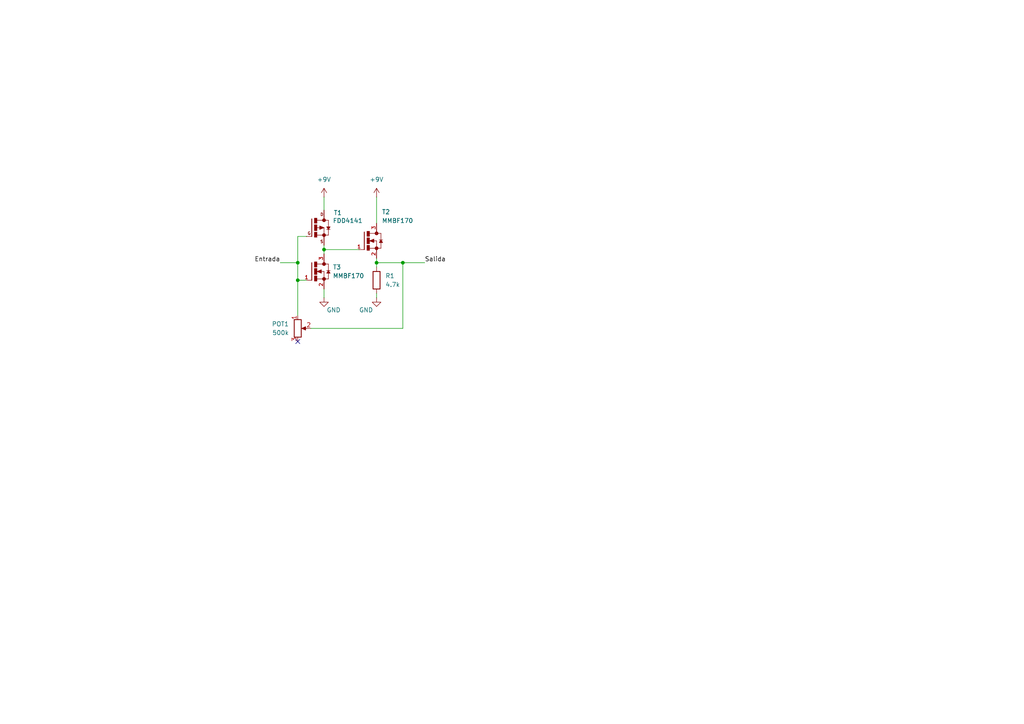
<source format=kicad_sch>
(kicad_sch (version 20231120) (generator "eeschema") (generator_version "8.0")
  (paper "A4")
  (lib_symbols
    (symbol "Device:R" (pin_numbers hide) (pin_names (offset 0))
      (property "Reference" "R" (at 2.032 0 90))
      (property "Value" "R" (at 0 0 90))
      (symbol "R_0_1"
        (rectangle (start -1.016 -2.54) (end 1.016 2.54) (stroke (width 0.254)))
      )
      (symbol "R_1_1"
        (pin passive line (at 0 3.81 270) (length 1.27) (name "~") (number "1"))
        (pin passive line (at 0 -3.81 90) (length 1.27) (name "~") (number "2"))
      )
    )
    (symbol "Device:R_Potentiometer" (pin_names (offset 1.016) hide)
      (property "Reference" "RV" (at -4.445 0 90))
      (property "Value" "R_Potentiometer" (at -2.54 0 90))
      (symbol "R_Potentiometer_0_1"
        (polyline (pts (xy 2.54 0) (xy 1.524 0)))
        (polyline (pts (xy 1.143 0) (xy 2.286 0.508) (xy 2.286 -0.508) (xy 1.143 0)) (fill (type outline)))
        (rectangle (start 1.016 2.54) (end -1.016 -2.54) (stroke (width 0.254)))
      )
      (symbol "R_Potentiometer_1_1"
        (pin passive line (at 0 3.81 270) (length 1.27) (name "1") (number "1"))
        (pin passive line (at 3.81 0 180) (length 1.27) (name "2") (number "2"))
        (pin passive line (at 0 -3.81 90) (length 1.27) (name "3") (number "3"))
      )
    )
    (symbol "FDD4141_1" (pin_numbers hide) (pin_names (offset 1.016))
      (property "Reference" "T" (at 6.35 2.54 0))
      (property "Value" "FDD4141" (at 6.35 0 0))
      (symbol "FDD4141_1_0_0"
        (rectangle (start -0.254 -2.794) (end 0.508 -1.27) (stroke (width 0.1)) (fill (type outline)))
        (rectangle (start -0.254 -0.889) (end 0.508 0.889) (stroke (width 0.1)) (fill (type outline)))
        (rectangle (start -0.254 1.27) (end 0.508 2.794) (stroke (width 0.1)) (fill (type outline)))
        (polyline (pts (xy -1.016 -2.54) (xy -1.016 2.54)) (stroke (width 0.254)))
        (polyline (pts (xy -1.016 2.54) (xy -2.54 2.54)) (stroke (width 0.1524)))
        (polyline (pts (xy 0.381 0) (xy 2.54 0)) (stroke (width 0.1524)))
        (polyline (pts (xy 0.508 -2.159) (xy 2.54 -2.159)) (stroke (width 0.1524)))
        (polyline (pts (xy 2.54 -2.159) (xy 2.54 -2.54)) (stroke (width 0.1524)))
        (polyline (pts (xy 2.54 0) (xy 2.54 2.159)) (stroke (width 0.1524)))
        (polyline (pts (xy 2.54 2.159) (xy 0.5334 2.159)) (stroke (width 0.1524)))
        (polyline (pts (xy 2.54 2.54) (xy 2.54 2.159)) (stroke (width 0.1524)))
        (polyline (pts (xy 3.302 0.508) (xy 3.81 0.508)) (stroke (width 0.1524)))
        (polyline (pts (xy 3.81 -2.159) (xy 2.54 -2.159)) (stroke (width 0.1524)))
        (polyline (pts (xy 3.81 -2.159) (xy 3.81 -0.127)) (stroke (width 0.1524)))
        (polyline (pts (xy 3.81 0.508) (xy 3.81 2.159)) (stroke (width 0.1524)))
        (polyline (pts (xy 3.81 0.508) (xy 4.318 0.508)) (stroke (width 0.1524)))
        (polyline (pts (xy 3.81 2.159) (xy 2.54 2.159)) (stroke (width 0.1524)))
        (polyline (pts (xy 2.54 0) (xy 1.27 0.508) (xy 1.27 -0.508) (xy 2.54 0)) (stroke (width 0.1524)) (fill (type outline)))
        (polyline (pts (xy 3.81 0.508) (xy 3.302 -0.254) (xy 4.318 -0.254) (xy 3.81 0.508)) (stroke (width 0.1524)) (fill (type outline)))
        (circle (center 2.54 -2.159) (radius 0.127) (stroke (width 0.4064)))
        (circle (center 2.54 2.159) (radius 0.127) (stroke (width 0.4064)))
        (text "D" (at 1.397 -4.318 0) (effects (font (size 0.8128 0.8128)) (justify left bottom)))
        (text "G" (at -2.286 1.143 0) (effects (font (size 0.8128 0.8128)) (justify left bottom)))
        (text "S" (at 1.397 3.556 0) (effects (font (size 0.8128 0.8128)) (justify left bottom)))
        (pin passive line (at -2.54 2.54 0) (length 0) (name "~") (number "1"))
        (pin passive line (at 2.54 -5.08 90) (length 2.54) (name "~") (number "2"))
        (pin passive line (at 2.54 5.08 270) (length 2.54) (name "~") (number "3"))
      )
    )
    (symbol "MMBF170:MMBF170" (pin_names (offset 1.016))
      (property "Reference" "T" (at 2.54 0 0))
      (property "Value" "MMBF170" (at 2.54 2.54 0))
      (symbol "MMBF170_0_0"
        (rectangle (start -2.794 -2.794) (end -2.032 -1.27) (stroke (width 0.1)) (fill (type outline)))
        (rectangle (start -2.794 -0.889) (end -2.032 0.889) (stroke (width 0.1)) (fill (type outline)))
        (rectangle (start -2.794 1.27) (end -2.032 2.794) (stroke (width 0.1)) (fill (type outline)))
        (circle (center 0 -2.159) (radius 0.127) (stroke (width 0.4064)))
        (polyline (pts (xy -3.556 -2.54) (xy -5.08 -2.54)) (stroke (width 0.1524)))
        (polyline (pts (xy -3.556 2.54) (xy -3.556 -2.54)) (stroke (width 0.254)))
        (polyline (pts (xy -2.159 0) (xy 0 0)) (stroke (width 0.1524)))
        (polyline (pts (xy -2.032 2.159) (xy 0 2.159)) (stroke (width 0.1524)))
        (polyline (pts (xy 0 -2.54) (xy 0 -2.159)) (stroke (width 0.1524)))
        (polyline (pts (xy 0 -2.159) (xy -2.0066 -2.159)) (stroke (width 0.1524)))
        (polyline (pts (xy 0 0) (xy 0 -2.159)) (stroke (width 0.1524)))
        (polyline (pts (xy 0 2.159) (xy 0 2.54)) (stroke (width 0.1524)))
        (polyline (pts (xy 1.27 -2.159) (xy 0 -2.159)) (stroke (width 0.1524)))
        (polyline (pts (xy 1.27 0.254) (xy 0.762 0.254)) (stroke (width 0.1524)))
        (polyline (pts (xy 1.27 0.254) (xy 1.27 -2.159)) (stroke (width 0.1524)))
        (polyline (pts (xy 1.27 2.159) (xy 0 2.159)) (stroke (width 0.1524)))
        (polyline (pts (xy 1.27 2.159) (xy 1.27 -0.381)) (stroke (width 0.1524)))
        (polyline (pts (xy 1.778 0.254) (xy 1.27 0.254)) (stroke (width 0.1524)))
        (polyline (pts (xy -2.032 0) (xy -0.762 -0.508) (xy -0.762 0.508) (xy -2.032 0)) (stroke (width 0.1524)) (fill (type outline)))
        (polyline (pts (xy 1.27 0.254) (xy 1.778 -0.508) (xy 0.762 -0.508) (xy 1.27 0.254)) (stroke (width 0.1524)) (fill (type outline)))
        (circle (center 0 2.159) (radius 0.127) (stroke (width 0.4064)))
        (pin passive line (at -5.08 -2.54 0) (length 0) (name "~") (number "1"))
        (pin passive line (at 0 -5.08 90) (length 2.54) (name "~") (number "2"))
        (pin passive line (at 0 5.08 270) (length 2.54) (name "~") (number "3"))
      )
    )
    (symbol "power:+9V" (power) (pin_numbers hide) (pin_names (offset 0) hide)
      (property "Value" "+9V" (at 0 3.556 0))
      (symbol "+9V_0_1"
        (polyline (pts (xy -0.762 1.27) (xy 0 2.54)))
        (polyline (pts (xy 0 0) (xy 0 2.54)))
        (polyline (pts (xy 0 2.54) (xy 0.762 1.27)))
      )
      (symbol "+9V_1_1"
        (pin power_in line (at 0 0 90) (length 0) (name "~") (number "1"))
      )
    )
    (symbol "power:GND" (power) (pin_numbers hide) (pin_names (offset 0) hide)
      (property "Value" "GND" (at 0 -3.81 0))
      (symbol "GND_0_1"
        (polyline (pts (xy 0 0) (xy 0 -1.27) (xy 1.27 -1.27) (xy 0 -2.54) (xy -1.27 -1.27) (xy 0 -1.27)))
      )
      (symbol "GND_1_1"
        (pin power_in line (at 0 0 270) (length 0) (name "~") (number "1"))
      )
    )
  )
  (junction (at 116.84 76.2))
  (junction (at 93.98 72.39))
  (junction (at 86.36 81.28))
  (junction (at 86.36 76.2))
  (junction (at 109.22 76.2))
  (no_connect (at 86.36 99.06))
  (wire (pts (xy 93.98 72.39) (xy 104.14 72.39)))
  (wire (pts (xy 86.36 76.2) (xy 86.36 81.28)))
  (wire (pts (xy 86.36 68.58) (xy 88.9 68.58)))
  (wire (pts (xy 93.98 83.82) (xy 93.98 86.36)))
  (wire (pts (xy 81.28 76.2) (xy 86.36 76.2)))
  (wire (pts (xy 93.98 71.12) (xy 93.98 72.39)))
  (wire (pts (xy 86.36 68.58) (xy 86.36 76.2)))
  (wire (pts (xy 86.36 81.28) (xy 88.9 81.28)))
  (wire (pts (xy 116.84 76.2) (xy 116.84 95.25)))
  (wire (pts (xy 93.98 72.39) (xy 93.98 73.66)))
  (wire (pts (xy 109.22 76.2) (xy 116.84 76.2)))
  (wire (pts (xy 86.36 91.44) (xy 86.36 81.28)))
  (wire (pts (xy 109.22 85.09) (xy 109.22 86.36)))
  (wire (pts (xy 109.22 74.93) (xy 109.22 76.2)))
  (wire (pts (xy 116.84 76.2) (xy 123.19 76.2)))
  (wire (pts (xy 109.22 57.15) (xy 109.22 64.77)))
  (wire (pts (xy 93.98 57.15) (xy 93.98 60.96)))
  (wire (pts (xy 109.22 76.2) (xy 109.22 77.47)))
  (wire (pts (xy 90.17 95.25) (xy 116.84 95.25)))
  (label "Entrada" (at 81.28 76.2 180))
  (label "Salida" (at 123.19 76.2 0))
  (symbol (lib_id "power:+9V") (at 109.22 57.15 0) (unit 1)
    (property "Reference" "#PWR027" (effects (hide yes)))
    (property "Value" "+9V" (at 109.22 52.07 0))
    (property "Description" "Power symbol creates a global label with name \"+9V\"" (effects (hide yes)))
  )
  (symbol (lib_name "FDD4141_1") (lib_id "FDD4141:FDD4141") (at 91.44 66.04 0) (mirror x) (unit 1)
    (property "Reference" "T1" (at 96.774 61.722 0) (effects (justify left)))
    (property "Value" "FDD4141" (at 96.52 64.008 0) (effects (justify left)))
    (property "Footprint" "FDD4141:TO252-DPAK" (effects (hide yes)))
    (property "STATUS" "OK - LapseBox" (effects (hide yes)))
    (property "MF" "ON Semiconductor" (effects (hide yes)))
    (property "Description_1" "\nP-Channel 40V 10.8A (Ta), 50A (Tc) 2.4W (Ta), 69W (Tc) Surface Mount D-PAK (TO-252AA)\n" (effects (hide yes)))
    (property "Package" "TO-252-3 ON Semiconductor" (effects (hide yes)))
    (property "Price" "None" (effects (hide yes)))
    (property "SnapEDA_Link" "https://www.snapeda.com/parts/FDD4141/Onsemi/view-part/?ref=snap" (effects (hide yes)))
    (property "MP" "FDD4141" (effects (hide yes)))
    (property "Purchase-URL" "https://www.snapeda.com/api/url_track_click_mouser/?unipart_id=308664&manufacturer=ON Semiconductor&part_name=FDD4141&search_term=fdd4141" (effects (hide yes)))
    (property "ERECA" "3059" (effects (hide yes)))
    (property "Availability" "In Stock" (effects (hide yes)))
    (property "Check_prices" "https://www.snapeda.com/parts/FDD4141/Onsemi/view-part/?ref=eda" (effects (hide yes)))
  )
  (symbol (lib_id "MMBF170:MMBF170") (at 93.98 78.74 0) (unit 1)
    (property "Reference" "T3" (at 96.52 77.4699 0) (effects (justify left)))
    (property "Value" "MMBF170" (at 96.52 80.0099 0) (effects (justify left)))
    (property "Footprint" "MMBF170:SOT23" (effects (hide yes)))
    (property "MF" "ON Semiconductor" (effects (hide yes)))
    (property "Description_1" "\nMOSFET; Transistor Type:MOSFET; Transistor Polarity:N Channel; Drain Source Voltage, Vds:60V; Continuous Drain Current, Id:0.5A; On Resistance, Rds(on):5ohm; Rds(on) Test Voltage, Vgs:10V; Package/Case:SOT-323 ;RoHS Compliant: Yes\n" (effects (hide yes)))
    (property "Package" "SOT-23-3 ON Semiconductor" (effects (hide yes)))
    (property "Price" "None" (effects (hide yes)))
    (property "SnapEDA_Link" "https://www.snapeda.com/parts/MMBF170/Onsemi/view-part/?ref=snap" (effects (hide yes)))
    (property "MP" "MMBF170" (effects (hide yes)))
    (property "Availability" "In Stock" (effects (hide yes)))
    (property "Check_prices" "https://www.snapeda.com/parts/MMBF170/Onsemi/view-part/?ref=eda" (effects (hide yes)))
  )
  (symbol (lib_id "power:GND") (at 93.98 86.36 0) (unit 1)
    (property "Reference" "#PWR026" (effects (hide yes)))
    (property "Value" "GND" (at 96.774 89.916 0))
    (property "Description" "Power symbol creates a global label with name \"GND\" , ground" (effects (hide yes)))
  )
  (symbol (lib_id "power:GND") (at 109.22 86.36 0) (unit 1)
    (property "Reference" "#PWR028" (effects (hide yes)))
    (property "Value" "GND" (at 106.172 89.916 0))
    (property "Description" "Power symbol creates a global label with name \"GND\" , ground" (effects (hide yes)))
  )
  (symbol (lib_id "power:+9V") (at 93.98 57.15 0) (unit 1)
    (property "Reference" "#PWR025" (effects (hide yes)))
    (property "Value" "+9V" (at 93.98 52.07 0))
    (property "Description" "Power symbol creates a global label with name \"+9V\"" (effects (hide yes)))
  )
  (symbol (lib_id "Device:R_Potentiometer") (at 86.36 95.25 0) (unit 1)
    (property "Reference" "POT1" (at 83.82 93.9799 0) (effects (justify right)))
    (property "Value" "500k" (at 83.82 96.5199 0) (effects (justify right)))
    (property "Footprint" "9mm APLHA:POT_RD901F-40-15R1-B100K-00DL1" (effects (hide yes)))
    (property "Description" "Potentiometer" (effects (hide yes)))
  )
  (symbol (lib_id "Device:R") (at 109.22 81.28 0) (unit 1)
    (property "Reference" "R1" (at 111.76 80.0099 0) (effects (justify left)))
    (property "Value" "4.7k" (at 111.76 82.5499 0) (effects (justify left)))
    (property "Footprint" "Resistor_SMD:R_2010_5025Metric_Pad1.40x2.65mm_HandSolder" (effects (hide yes)))
    (property "Description" "Resistor" (effects (hide yes)))
  )
  (symbol (lib_id "MMBF170:MMBF170") (at 109.22 69.85 0) (unit 1)
    (property "Reference" "T2" (at 110.744 61.468 0) (effects (justify left)))
    (property "Value" "MMBF170" (at 110.744 64.008 0) (effects (justify left)))
    (property "Footprint" "MMBF170:SOT23" (effects (hide yes)))
    (property "MF" "ON Semiconductor" (effects (hide yes)))
    (property "Description_1" "\nMOSFET; Transistor Type:MOSFET; Transistor Polarity:N Channel; Drain Source Voltage, Vds:60V; Continuous Drain Current, Id:0.5A; On Resistance, Rds(on):5ohm; Rds(on) Test Voltage, Vgs:10V; Package/Case:SOT-323 ;RoHS Compliant: Yes\n" (effects (hide yes)))
    (property "Package" "SOT-23-3 ON Semiconductor" (effects (hide yes)))
    (property "Price" "None" (effects (hide yes)))
    (property "SnapEDA_Link" "https://www.snapeda.com/parts/MMBF170/Onsemi/view-part/?ref=snap" (effects (hide yes)))
    (property "MP" "MMBF170" (effects (hide yes)))
    (property "Availability" "In Stock" (effects (hide yes)))
    (property "Check_prices" "https://www.snapeda.com/parts/MMBF170/Onsemi/view-part/?ref=eda" (effects (hide yes)))
  )
)
</source>
